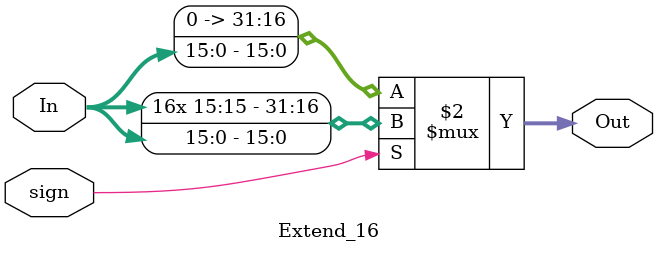
<source format=v>
module Extend_16 (
        In,
        sign, // 0: zero-extension; 1: signed extension
        Out
    );

    input wire [15 : 0] In;
    input wire sign;

    output wire [31 : 0] Out;

    assign Out = (sign == 1) ? ({{16{In[15]}}, In}) : {{16'b0}, In};

endmodule

</source>
